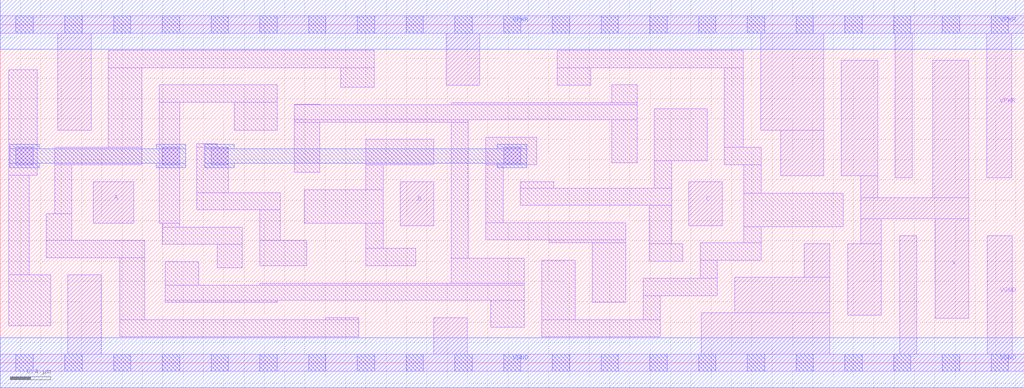
<source format=lef>
# Copyright 2020 The SkyWater PDK Authors
#
# Licensed under the Apache License, Version 2.0 (the "License");
# you may not use this file except in compliance with the License.
# You may obtain a copy of the License at
#
#     https://www.apache.org/licenses/LICENSE-2.0
#
# Unless required by applicable law or agreed to in writing, software
# distributed under the License is distributed on an "AS IS" BASIS,
# WITHOUT WARRANTIES OR CONDITIONS OF ANY KIND, either express or implied.
# See the License for the specific language governing permissions and
# limitations under the License.
#
# SPDX-License-Identifier: Apache-2.0

VERSION 5.7 ;
  NAMESCASESENSITIVE ON ;
  NOWIREEXTENSIONATPIN ON ;
  DIVIDERCHAR "/" ;
  BUSBITCHARS "[]" ;
UNITS
  DATABASE MICRONS 200 ;
END UNITS
MACRO sky130_fd_sc_ls__xnor3_4
  CLASS CORE ;
  SOURCE USER ;
  FOREIGN sky130_fd_sc_ls__xnor3_4 ;
  ORIGIN  0.000000  0.000000 ;
  SIZE  10.08000 BY  3.330000 ;
  SYMMETRY X Y ;
  SITE unit ;
  PIN A
    ANTENNAGATEAREA  0.246000 ;
    DIRECTION INPUT ;
    USE SIGNAL ;
    PORT
      LAYER li1 ;
        RECT 0.915000 1.375000 1.315000 1.780000 ;
    END
  END A
  PIN B
    ANTENNAGATEAREA  0.693000 ;
    DIRECTION INPUT ;
    USE SIGNAL ;
    PORT
      LAYER li1 ;
        RECT 3.940000 1.350000 4.270000 1.780000 ;
    END
  END B
  PIN C
    ANTENNAGATEAREA  0.381000 ;
    DIRECTION INPUT ;
    USE SIGNAL ;
    PORT
      LAYER li1 ;
        RECT 6.780000 1.350000 7.110000 1.780000 ;
    END
  END C
  PIN X
    ANTENNADIFFAREA  1.086400 ;
    DIRECTION OUTPUT ;
    USE SIGNAL ;
    PORT
      LAYER li1 ;
        RECT 8.280000 1.840000 8.640000 2.980000 ;
        RECT 8.345000 0.470000 8.675000 1.170000 ;
        RECT 8.470000 1.170000 8.675000 1.420000 ;
        RECT 8.470000 1.420000 9.535000 1.625000 ;
        RECT 8.470000 1.625000 8.640000 1.840000 ;
        RECT 9.180000 1.625000 9.535000 2.980000 ;
        RECT 9.205000 0.440000 9.535000 1.420000 ;
    END
  END X
  PIN VGND
    DIRECTION INOUT ;
    SHAPE ABUTMENT ;
    USE GROUND ;
    PORT
      LAYER li1 ;
        RECT 0.000000 -0.085000 10.080000 0.085000 ;
        RECT 0.665000  0.085000  0.995000 0.865000 ;
        RECT 4.270000  0.085000  4.600000 0.445000 ;
        RECT 6.900000  0.085000  8.165000 0.490000 ;
        RECT 7.230000  0.490000  8.165000 0.840000 ;
        RECT 7.915000  0.840000  8.165000 1.170000 ;
        RECT 8.855000  0.085000  9.025000 1.250000 ;
        RECT 9.715000  0.085000  9.965000 1.250000 ;
      LAYER mcon ;
        RECT 0.155000 -0.085000 0.325000 0.085000 ;
        RECT 0.635000 -0.085000 0.805000 0.085000 ;
        RECT 1.115000 -0.085000 1.285000 0.085000 ;
        RECT 1.595000 -0.085000 1.765000 0.085000 ;
        RECT 2.075000 -0.085000 2.245000 0.085000 ;
        RECT 2.555000 -0.085000 2.725000 0.085000 ;
        RECT 3.035000 -0.085000 3.205000 0.085000 ;
        RECT 3.515000 -0.085000 3.685000 0.085000 ;
        RECT 3.995000 -0.085000 4.165000 0.085000 ;
        RECT 4.475000 -0.085000 4.645000 0.085000 ;
        RECT 4.955000 -0.085000 5.125000 0.085000 ;
        RECT 5.435000 -0.085000 5.605000 0.085000 ;
        RECT 5.915000 -0.085000 6.085000 0.085000 ;
        RECT 6.395000 -0.085000 6.565000 0.085000 ;
        RECT 6.875000 -0.085000 7.045000 0.085000 ;
        RECT 7.355000 -0.085000 7.525000 0.085000 ;
        RECT 7.835000 -0.085000 8.005000 0.085000 ;
        RECT 8.315000 -0.085000 8.485000 0.085000 ;
        RECT 8.795000 -0.085000 8.965000 0.085000 ;
        RECT 9.275000 -0.085000 9.445000 0.085000 ;
        RECT 9.755000 -0.085000 9.925000 0.085000 ;
      LAYER met1 ;
        RECT 0.000000 -0.245000 10.080000 0.245000 ;
    END
  END VGND
  PIN VPWR
    DIRECTION INOUT ;
    SHAPE ABUTMENT ;
    USE POWER ;
    PORT
      LAYER li1 ;
        RECT 0.000000 3.245000 10.080000 3.415000 ;
        RECT 0.565000 2.290000  0.895000 3.245000 ;
        RECT 4.390000 2.730000  4.720000 3.245000 ;
        RECT 7.485000 2.290000  8.110000 3.245000 ;
        RECT 7.685000 1.840000  8.110000 2.290000 ;
        RECT 8.810000 1.820000  8.980000 3.245000 ;
        RECT 9.710000 1.820000  9.960000 3.245000 ;
      LAYER mcon ;
        RECT 0.155000 3.245000 0.325000 3.415000 ;
        RECT 0.635000 3.245000 0.805000 3.415000 ;
        RECT 1.115000 3.245000 1.285000 3.415000 ;
        RECT 1.595000 3.245000 1.765000 3.415000 ;
        RECT 2.075000 3.245000 2.245000 3.415000 ;
        RECT 2.555000 3.245000 2.725000 3.415000 ;
        RECT 3.035000 3.245000 3.205000 3.415000 ;
        RECT 3.515000 3.245000 3.685000 3.415000 ;
        RECT 3.995000 3.245000 4.165000 3.415000 ;
        RECT 4.475000 3.245000 4.645000 3.415000 ;
        RECT 4.955000 3.245000 5.125000 3.415000 ;
        RECT 5.435000 3.245000 5.605000 3.415000 ;
        RECT 5.915000 3.245000 6.085000 3.415000 ;
        RECT 6.395000 3.245000 6.565000 3.415000 ;
        RECT 6.875000 3.245000 7.045000 3.415000 ;
        RECT 7.355000 3.245000 7.525000 3.415000 ;
        RECT 7.835000 3.245000 8.005000 3.415000 ;
        RECT 8.315000 3.245000 8.485000 3.415000 ;
        RECT 8.795000 3.245000 8.965000 3.415000 ;
        RECT 9.275000 3.245000 9.445000 3.415000 ;
        RECT 9.755000 3.245000 9.925000 3.415000 ;
      LAYER met1 ;
        RECT 0.000000 3.085000 10.080000 3.575000 ;
    END
  END VPWR
  OBS
    LAYER li1 ;
      RECT 0.085000 0.365000 0.495000 0.865000 ;
      RECT 0.085000 0.865000 0.285000 1.845000 ;
      RECT 0.085000 1.845000 0.365000 2.885000 ;
      RECT 0.455000 1.035000 1.425000 1.205000 ;
      RECT 0.455000 1.205000 0.705000 1.465000 ;
      RECT 0.535000 1.465000 0.705000 1.950000 ;
      RECT 0.535000 1.950000 1.395000 2.120000 ;
      RECT 1.065000 2.120000 1.395000 2.905000 ;
      RECT 1.065000 2.905000 3.680000 3.075000 ;
      RECT 1.175000 0.255000 3.530000 0.425000 ;
      RECT 1.175000 0.425000 1.425000 1.035000 ;
      RECT 1.565000 1.375000 1.765000 2.565000 ;
      RECT 1.565000 2.565000 2.725000 2.735000 ;
      RECT 1.595000 1.165000 2.385000 1.335000 ;
      RECT 1.595000 1.335000 1.765000 1.375000 ;
      RECT 1.625000 0.595000 2.725000 0.615000 ;
      RECT 1.625000 0.615000 5.160000 0.765000 ;
      RECT 1.625000 0.765000 1.955000 0.995000 ;
      RECT 1.935000 1.505000 2.755000 1.675000 ;
      RECT 1.935000 1.675000 2.245000 2.120000 ;
      RECT 1.935000 2.120000 2.135000 2.155000 ;
      RECT 2.135000 0.935000 2.385000 1.165000 ;
      RECT 2.305000 2.290000 2.725000 2.565000 ;
      RECT 2.555000 0.765000 5.160000 0.785000 ;
      RECT 2.555000 0.955000 3.020000 1.205000 ;
      RECT 2.555000 1.205000 2.755000 1.505000 ;
      RECT 2.895000 1.875000 3.145000 2.370000 ;
      RECT 2.895000 2.370000 4.610000 2.390000 ;
      RECT 2.895000 2.390000 6.270000 2.540000 ;
      RECT 2.895000 2.540000 3.145000 2.545000 ;
      RECT 2.995000 1.375000 3.770000 1.705000 ;
      RECT 3.200000 0.425000 3.530000 0.445000 ;
      RECT 3.350000 2.710000 3.680000 2.905000 ;
      RECT 3.600000 0.955000 4.090000 1.125000 ;
      RECT 3.600000 1.125000 3.770000 1.375000 ;
      RECT 3.600000 1.705000 3.770000 1.950000 ;
      RECT 3.600000 1.950000 4.270000 2.200000 ;
      RECT 4.440000 0.785000 5.160000 1.030000 ;
      RECT 4.440000 1.030000 4.610000 2.370000 ;
      RECT 4.440000 2.540000 6.270000 2.560000 ;
      RECT 4.780000 1.210000 6.160000 1.380000 ;
      RECT 4.780000 1.380000 4.950000 1.950000 ;
      RECT 4.780000 1.950000 5.280000 2.220000 ;
      RECT 4.830000 0.350000 5.160000 0.615000 ;
      RECT 5.120000 1.550000 6.610000 1.720000 ;
      RECT 5.120000 1.720000 5.450000 1.780000 ;
      RECT 5.330000 0.255000 6.500000 0.425000 ;
      RECT 5.330000 0.425000 5.660000 1.010000 ;
      RECT 5.405000 1.180000 6.160000 1.210000 ;
      RECT 5.485000 2.730000 5.815000 2.905000 ;
      RECT 5.485000 2.905000 7.315000 3.075000 ;
      RECT 5.830000 0.595000 6.160000 1.180000 ;
      RECT 6.020000 1.970000 6.270000 2.390000 ;
      RECT 6.020000 2.560000 6.270000 2.735000 ;
      RECT 6.330000 0.425000 6.500000 0.660000 ;
      RECT 6.330000 0.660000 7.060000 0.830000 ;
      RECT 6.390000 1.000000 6.720000 1.170000 ;
      RECT 6.390000 1.170000 6.610000 1.550000 ;
      RECT 6.440000 1.720000 6.610000 1.990000 ;
      RECT 6.440000 1.990000 6.960000 2.500000 ;
      RECT 6.890000 0.830000 7.060000 1.010000 ;
      RECT 6.890000 1.010000 7.490000 1.180000 ;
      RECT 7.130000 1.950000 7.490000 2.120000 ;
      RECT 7.130000 2.120000 7.315000 2.905000 ;
      RECT 7.320000 1.180000 7.490000 1.340000 ;
      RECT 7.320000 1.340000 8.300000 1.670000 ;
      RECT 7.320000 1.670000 7.490000 1.950000 ;
    LAYER mcon ;
      RECT 0.155000 1.950000 0.325000 2.120000 ;
      RECT 1.595000 1.950000 1.765000 2.120000 ;
      RECT 2.075000 1.950000 2.245000 2.120000 ;
      RECT 4.955000 1.950000 5.125000 2.120000 ;
    LAYER met1 ;
      RECT 0.095000 1.920000 0.385000 1.965000 ;
      RECT 0.095000 1.965000 1.825000 2.105000 ;
      RECT 0.095000 2.105000 0.385000 2.150000 ;
      RECT 1.535000 1.920000 1.825000 1.965000 ;
      RECT 1.535000 2.105000 1.825000 2.150000 ;
      RECT 2.015000 1.920000 2.305000 1.965000 ;
      RECT 2.015000 1.965000 5.185000 2.105000 ;
      RECT 2.015000 2.105000 2.305000 2.150000 ;
      RECT 4.895000 1.920000 5.185000 1.965000 ;
      RECT 4.895000 2.105000 5.185000 2.150000 ;
  END
END sky130_fd_sc_ls__xnor3_4

</source>
